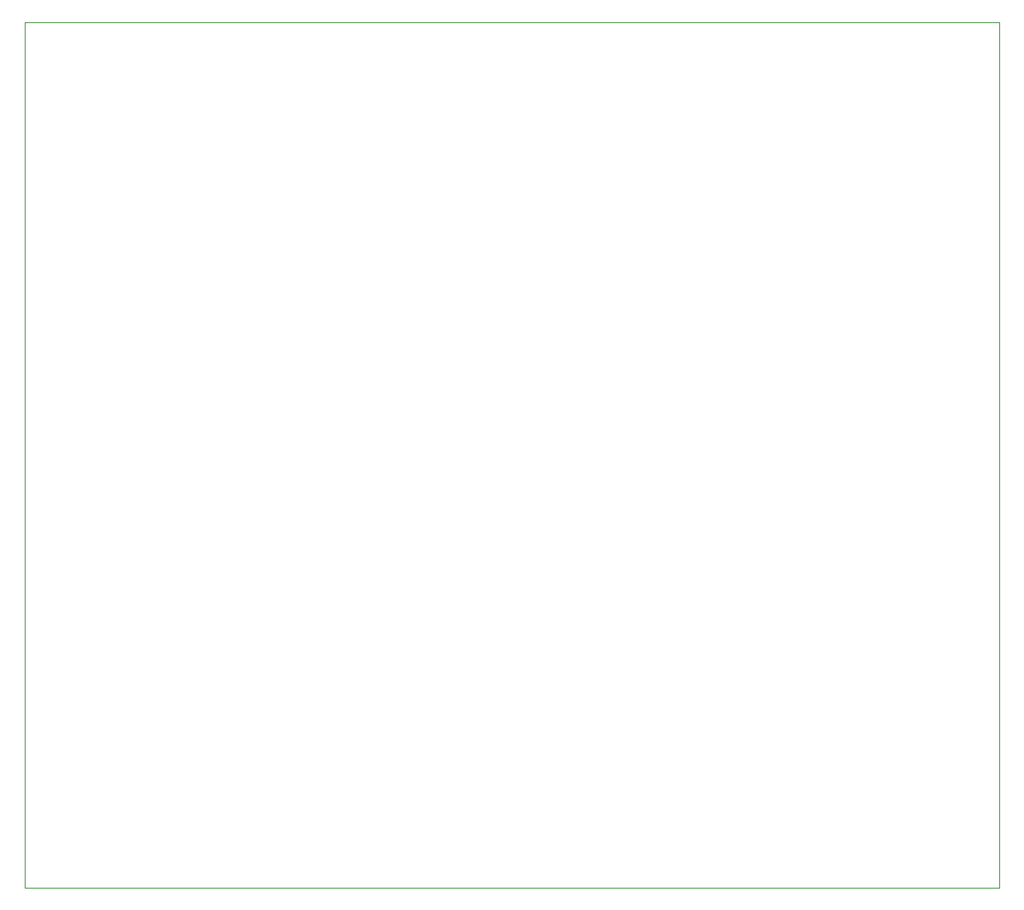
<source format=gbr>
%TF.GenerationSoftware,KiCad,Pcbnew,8.0.4*%
%TF.CreationDate,2024-08-27T11:51:51+09:00*%
%TF.ProjectId,gen2,67656e32-2e6b-4696-9361-645f70636258,rev?*%
%TF.SameCoordinates,PX48ab840PY9157080*%
%TF.FileFunction,Profile,NP*%
%FSLAX46Y46*%
G04 Gerber Fmt 4.6, Leading zero omitted, Abs format (unit mm)*
G04 Created by KiCad (PCBNEW 8.0.4) date 2024-08-27 11:51:51*
%MOMM*%
%LPD*%
G01*
G04 APERTURE LIST*
%TA.AperFunction,Profile*%
%ADD10C,0.100000*%
%TD*%
G04 APERTURE END LIST*
D10*
X30551950Y4307750D02*
X130551950Y4307750D01*
X130551950Y93207750D02*
X30551950Y93207750D01*
X130551950Y4307750D02*
X130551950Y93207750D01*
X30551950Y93207750D02*
X30551950Y4307750D01*
M02*

</source>
